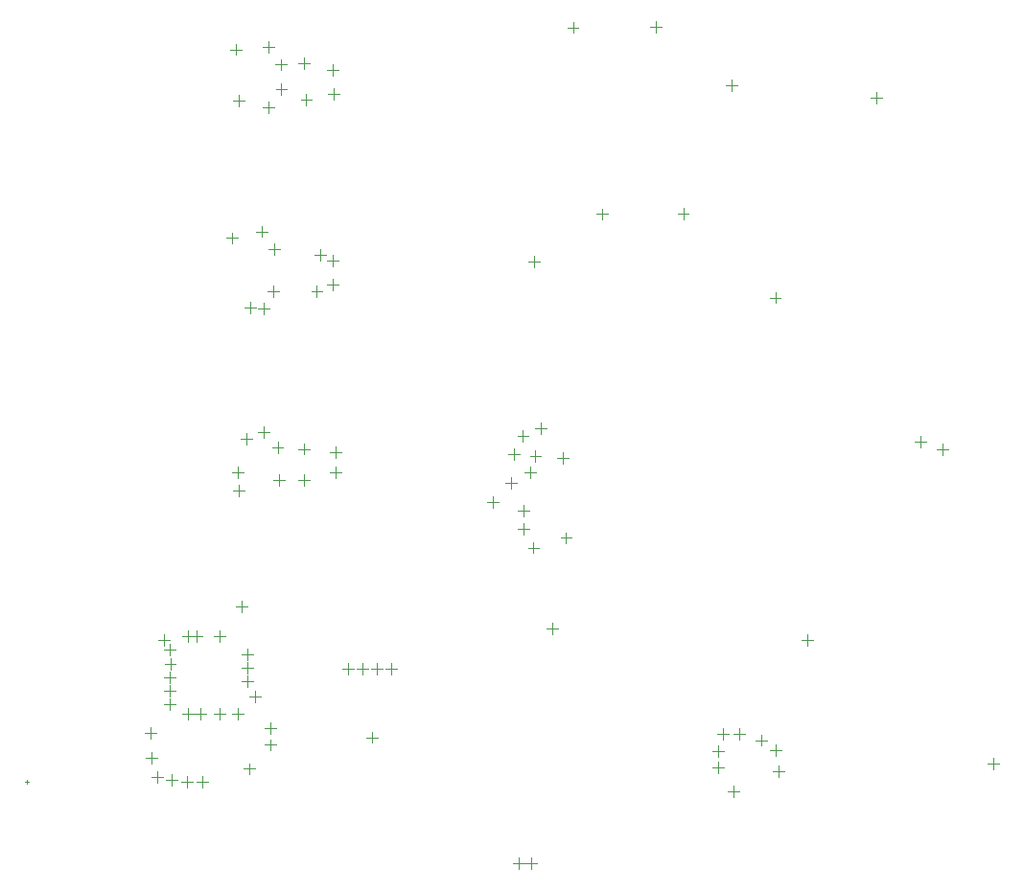
<source format=gbr>
G04*
G04 #@! TF.GenerationSoftware,Altium Limited,Altium Designer,24.9.1 (31)*
G04*
G04 Layer_Color=32896*
%FSLAX25Y25*%
%MOIN*%
G70*
G04*
G04 #@! TF.SameCoordinates,8C3FED30-37FA-4A54-8C90-A1F039295453*
G04*
G04*
G04 #@! TF.FilePolarity,Positive*
G04*
G01*
G75*
%ADD185C,0.00394*%
D185*
X215591Y-231736D02*
X219528D01*
X217560Y-233704D02*
Y-229767D01*
X219404Y-171221D02*
X223341D01*
X221373Y-173189D02*
Y-169252D01*
X232945Y-89654D02*
X236882D01*
X234913Y-91623D02*
Y-87686D01*
X261872Y-89614D02*
X265809D01*
X263841Y-91583D02*
Y-87646D01*
X243196Y-154648D02*
X247132D01*
X245164Y-156617D02*
Y-152680D01*
X271276Y-154504D02*
X275213D01*
X273245Y-156473D02*
Y-152536D01*
X220143Y-246407D02*
Y-242470D01*
X218174Y-244438D02*
X222111D01*
X230574Y-267306D02*
X234510D01*
X232542Y-269275D02*
Y-265338D01*
X219263Y-270663D02*
X223200D01*
X221232Y-272632D02*
Y-268695D01*
X217676Y-259763D02*
Y-255826D01*
X215707Y-257795D02*
X219644D01*
X207189Y-256860D02*
Y-252923D01*
X205220Y-254892D02*
X209157D01*
X217658Y-266037D02*
Y-262100D01*
X215689Y-264068D02*
X219626D01*
X213524Y-250040D02*
Y-246103D01*
X211555Y-248071D02*
X215492D01*
X212433Y-238253D02*
X216370D01*
X214401Y-240221D02*
Y-236284D01*
X221749Y-229154D02*
X225686D01*
X223717Y-231122D02*
Y-227185D01*
X231271Y-241431D02*
Y-237494D01*
X229302Y-239463D02*
X233239D01*
X221871Y-240846D02*
Y-236909D01*
X219902Y-238878D02*
X223839D01*
X115772Y-97346D02*
X119709D01*
X117741Y-99315D02*
Y-95378D01*
X127021Y-96500D02*
X130957D01*
X128989Y-98469D02*
Y-94532D01*
X133281Y-104592D02*
Y-100655D01*
X131313Y-102623D02*
X135250D01*
X139443Y-102268D02*
X143380D01*
X141411Y-104237D02*
Y-100300D01*
X149455Y-104434D02*
X153392D01*
X151423Y-106402D02*
Y-102465D01*
X116747Y-115063D02*
X120685D01*
X118716Y-117031D02*
Y-113094D01*
X127193Y-117495D02*
X131130D01*
X129162Y-119464D02*
Y-115527D01*
X133565Y-113255D02*
Y-109318D01*
X131597Y-111286D02*
X135534D01*
X140244Y-114845D02*
X144181D01*
X142212Y-116814D02*
Y-112877D01*
X149810Y-112706D02*
X153747D01*
X151778Y-114675D02*
Y-110738D01*
X338525Y-114267D02*
X342462D01*
X340494Y-116235D02*
Y-112298D01*
X288020Y-109733D02*
X291957D01*
X289988Y-111701D02*
Y-107764D01*
X303287Y-183679D02*
X307224D01*
X305255Y-185648D02*
Y-181711D01*
X316478Y-304714D02*
Y-300778D01*
X314509Y-302746D02*
X318446D01*
X355865Y-235827D02*
Y-231890D01*
X353897Y-233858D02*
X357834D01*
X361507Y-236441D02*
X365444D01*
X363475Y-238410D02*
Y-234473D01*
X124304Y-324429D02*
Y-320492D01*
X122336Y-322461D02*
X126273D01*
X44411Y-352105D02*
X45828D01*
X45119Y-352814D02*
Y-351396D01*
X169646Y-312761D02*
X173583D01*
X171615Y-314729D02*
Y-310792D01*
X163089Y-336680D02*
X167026D01*
X165058Y-338649D02*
Y-334712D01*
X156615Y-314729D02*
Y-310792D01*
X154647Y-312761D02*
X158583D01*
X159646Y-312761D02*
X163583D01*
X161615Y-314729D02*
Y-310792D01*
X164646Y-312761D02*
X168583D01*
X166615Y-314729D02*
Y-310792D01*
X88288Y-345916D02*
Y-341979D01*
X86320Y-343947D02*
X90257D01*
X120556Y-347624D02*
X124493D01*
X122524Y-349593D02*
Y-345656D01*
X105988Y-354184D02*
Y-350247D01*
X104020Y-352215D02*
X107957D01*
X127716Y-333394D02*
X131653D01*
X129684Y-335362D02*
Y-331425D01*
X127716Y-339307D02*
X131653D01*
X129684Y-341275D02*
Y-337338D01*
X118354Y-330373D02*
Y-326436D01*
X116386Y-328405D02*
X120323D01*
X112055Y-330374D02*
Y-326436D01*
X110087Y-328405D02*
X114024D01*
X105362Y-330374D02*
Y-326437D01*
X103394Y-328405D02*
X107331D01*
X100840Y-354183D02*
Y-350246D01*
X98871Y-352215D02*
X102808D01*
X95421Y-353522D02*
Y-349585D01*
X93453Y-351553D02*
X97390D01*
X90424Y-352491D02*
Y-348554D01*
X88456Y-350523D02*
X92393D01*
X101032Y-330373D02*
Y-326436D01*
X99063Y-328405D02*
X103000D01*
X92665Y-325157D02*
X96602D01*
X94634Y-327126D02*
Y-323189D01*
X92665Y-320433D02*
X96602D01*
X94634Y-322401D02*
Y-318464D01*
X86094Y-335177D02*
X90031D01*
X88062Y-337146D02*
Y-333209D01*
X121602Y-319251D02*
Y-315314D01*
X119634Y-317283D02*
X123571D01*
X119634Y-312559D02*
X123571D01*
X121602Y-314527D02*
Y-310590D01*
X119634Y-307834D02*
X123571D01*
X121602Y-309803D02*
Y-305866D01*
X112055Y-303405D02*
Y-299468D01*
X110087Y-301437D02*
X114024D01*
X104181Y-303405D02*
Y-299468D01*
X102213Y-301436D02*
X106150D01*
X101032Y-303405D02*
Y-299468D01*
X99063Y-301436D02*
X103000D01*
X117764Y-291191D02*
X121701D01*
X119732Y-293160D02*
Y-289223D01*
X92961Y-311065D02*
X96898D01*
X94929Y-313033D02*
Y-309096D01*
X92665Y-315708D02*
X96602D01*
X94634Y-317677D02*
Y-313740D01*
X92665Y-306259D02*
X96602D01*
X94634Y-308228D02*
Y-304291D01*
X90633Y-302716D02*
X94570D01*
X92602Y-304684D02*
Y-300747D01*
X128748Y-181435D02*
X132685D01*
X130716Y-183403D02*
Y-179466D01*
X127322Y-189390D02*
Y-185453D01*
X125354Y-187421D02*
X129291D01*
X129139Y-166874D02*
X133076D01*
X131107Y-168842D02*
Y-164905D01*
X126789Y-162651D02*
Y-158714D01*
X124820Y-160683D02*
X128757D01*
X116267Y-164930D02*
Y-160994D01*
X114298Y-162962D02*
X118236D01*
X141417Y-249119D02*
Y-245182D01*
X139448Y-247151D02*
X143385D01*
X152485Y-246330D02*
Y-242393D01*
X150516Y-244361D02*
X154453D01*
X150521Y-237603D02*
X154458D01*
X152490Y-239572D02*
Y-235635D01*
X139448Y-236319D02*
X143385D01*
X141417Y-238287D02*
Y-234350D01*
X151423Y-181189D02*
Y-177252D01*
X149455Y-179220D02*
X153392D01*
X151337Y-172656D02*
Y-168719D01*
X149368Y-170687D02*
X153305D01*
X145113Y-168884D02*
X149050D01*
X147081Y-170852D02*
Y-166915D01*
X130824Y-247185D02*
X134761D01*
X132792Y-249154D02*
Y-245217D01*
X132237Y-237866D02*
Y-233929D01*
X130268Y-235898D02*
X134205D01*
X145873Y-183354D02*
Y-179417D01*
X143905Y-181386D02*
X147842D01*
X118606Y-252846D02*
Y-248909D01*
X116637Y-250878D02*
X120574D01*
X127322Y-232354D02*
Y-228417D01*
X125354Y-230386D02*
X129291D01*
X120701Y-187188D02*
X124638D01*
X122669Y-189157D02*
Y-185220D01*
X119495Y-232748D02*
X123432D01*
X121464Y-234717D02*
Y-230780D01*
X300530Y-339631D02*
Y-335694D01*
X298562Y-337662D02*
X302499D01*
X216120Y-382569D02*
Y-378631D01*
X214151Y-380600D02*
X218088D01*
X288685Y-355466D02*
X292622D01*
X290654Y-357435D02*
Y-353498D01*
X305496Y-343065D02*
Y-339128D01*
X303528Y-341096D02*
X307465D01*
X306479Y-350466D02*
Y-346529D01*
X304510Y-348498D02*
X308447D01*
X285418Y-349244D02*
Y-345307D01*
X283449Y-347276D02*
X287386D01*
X285418Y-343339D02*
Y-339402D01*
X283449Y-341370D02*
X287386D01*
X285080Y-335482D02*
X289017D01*
X287049Y-337451D02*
Y-333514D01*
X290654Y-335586D02*
X294591D01*
X292622Y-337555D02*
Y-333617D01*
X379134Y-345827D02*
X383071D01*
X381102Y-347795D02*
Y-343858D01*
X218451Y-380600D02*
X222388D01*
X220420Y-382569D02*
Y-378631D01*
X227749Y-300921D02*
Y-296984D01*
X225781Y-298952D02*
X229718D01*
X118354Y-246407D02*
Y-242470D01*
X116386Y-244438D02*
X120323D01*
M02*

</source>
